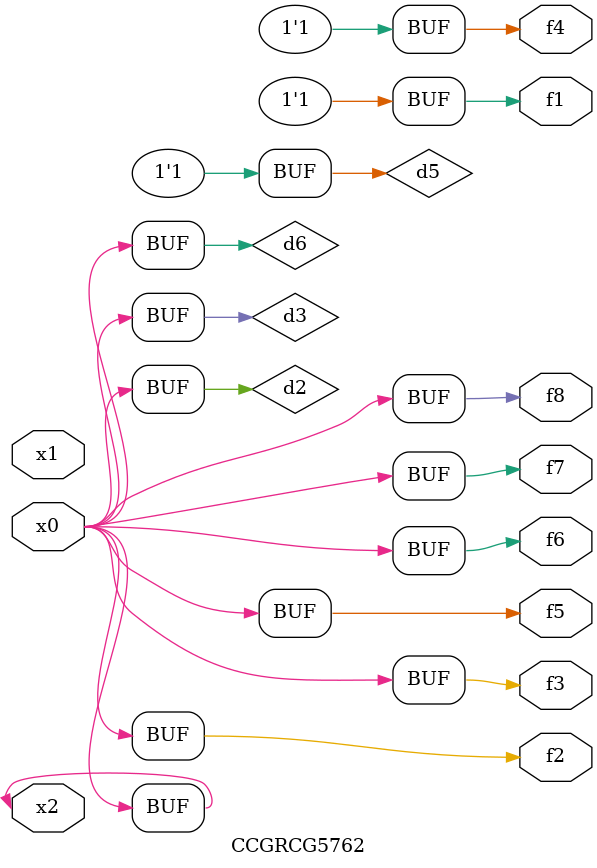
<source format=v>
module CCGRCG5762(
	input x0, x1, x2,
	output f1, f2, f3, f4, f5, f6, f7, f8
);

	wire d1, d2, d3, d4, d5, d6;

	xnor (d1, x2);
	buf (d2, x0, x2);
	and (d3, x0);
	xnor (d4, x1, x2);
	nand (d5, d1, d3);
	buf (d6, d2, d3);
	assign f1 = d5;
	assign f2 = d6;
	assign f3 = d6;
	assign f4 = d5;
	assign f5 = d6;
	assign f6 = d6;
	assign f7 = d6;
	assign f8 = d6;
endmodule

</source>
